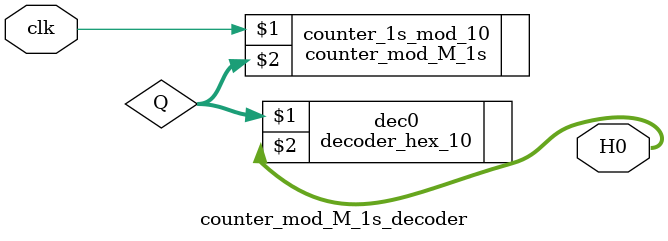
<source format=v>
module counter_mod_M_1s_decoder(input clk, output [0:6] H0);

	wire [3:0] Q;
	counter_mod_M_1s#(10) counter_1s_mod_10(clk, Q[3:0]);
	decoder_hex_10 dec0(Q[3:0], H0[0:6]);
	
endmodule

</source>
